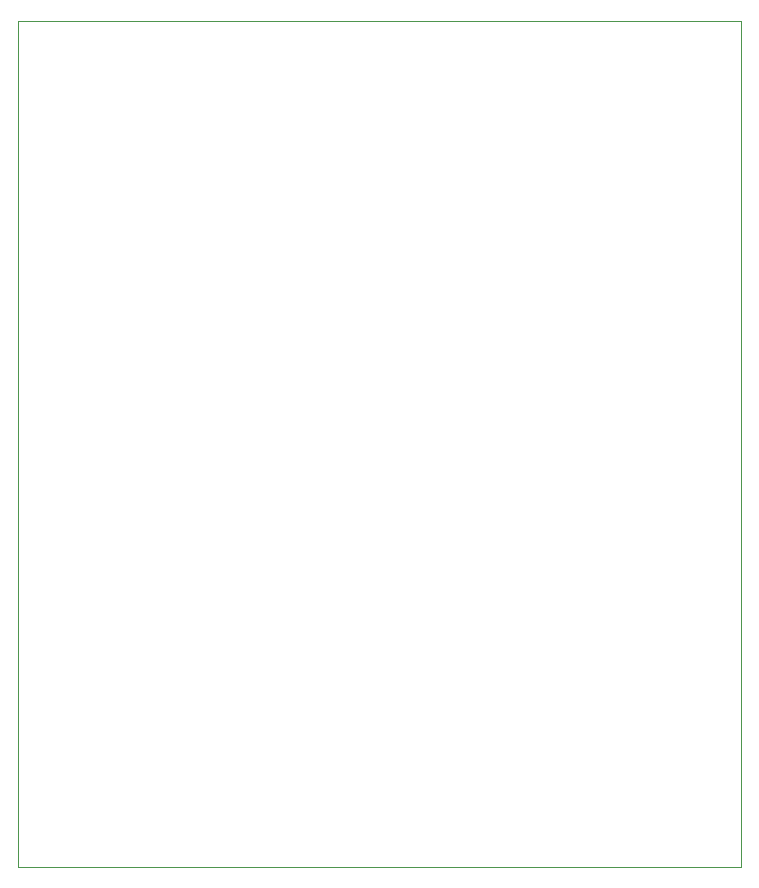
<source format=gm1>
G04 #@! TF.GenerationSoftware,KiCad,Pcbnew,8.0.2-8.0.2-0~ubuntu22.04.1*
G04 #@! TF.CreationDate,2024-05-24T15:40:41+07:00*
G04 #@! TF.ProjectId,PCB_design,5043425f-6465-4736-9967-6e2e6b696361,rev?*
G04 #@! TF.SameCoordinates,Original*
G04 #@! TF.FileFunction,Profile,NP*
%FSLAX46Y46*%
G04 Gerber Fmt 4.6, Leading zero omitted, Abs format (unit mm)*
G04 Created by KiCad (PCBNEW 8.0.2-8.0.2-0~ubuntu22.04.1) date 2024-05-24 15:40:41*
%MOMM*%
%LPD*%
G01*
G04 APERTURE LIST*
G04 #@! TA.AperFunction,Profile*
%ADD10C,0.050000*%
G04 #@! TD*
G04 APERTURE END LIST*
D10*
X101250000Y-34010000D02*
X162400000Y-34010000D01*
X162400000Y-105600000D01*
X101250000Y-105600000D01*
X101250000Y-34010000D01*
M02*

</source>
